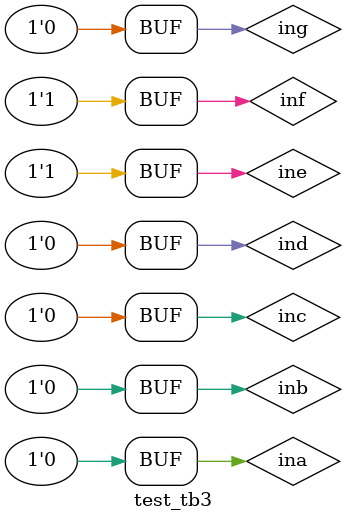
<source format=v>
`timescale 1ns / 1ps


module test_tb3;

	// Inputs
	reg ina;
	reg inb;
	reg inc;
	reg ind;
	reg ine;
	reg inf;
	reg ing;

	// Outputs
	wire [3:0] x;

	// Instantiate the Unit Under Test (UUT)
	test uut (
		.ina(ina), 
		.inb(inb), 
		.inc(inc), 
		.ind(ind), 
		.ine(ine), 
		.inf(inf), 
		.ing(ing), 
		.x(x)
	);

	initial begin
		// Initialize Inputs
		ina = 0;
		inb = 0;
		inc = 0;
		ind = 0;
		ine = 1;
		inf = 1;
		ing = 0;

		// Wait 100 ns for global reset to finish
		#100;
        
		// Add stimulus here

	end
      
endmodule


</source>
